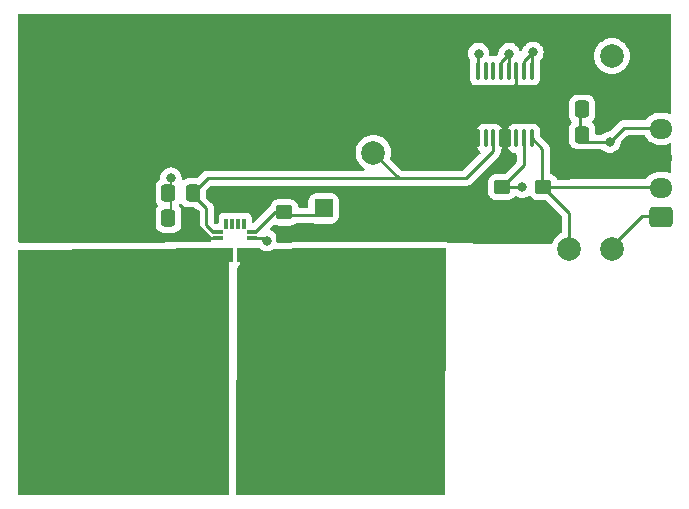
<source format=gbr>
%TF.GenerationSoftware,KiCad,Pcbnew,(6.0.7)*%
%TF.CreationDate,2024-03-23T14:20:04-04:00*%
%TF.ProjectId,single_cell_current,73696e67-6c65-45f6-9365-6c6c5f637572,rev?*%
%TF.SameCoordinates,Original*%
%TF.FileFunction,Copper,L1,Top*%
%TF.FilePolarity,Positive*%
%FSLAX46Y46*%
G04 Gerber Fmt 4.6, Leading zero omitted, Abs format (unit mm)*
G04 Created by KiCad (PCBNEW (6.0.7)) date 2024-03-23 14:20:04*
%MOMM*%
%LPD*%
G01*
G04 APERTURE LIST*
G04 Aperture macros list*
%AMRoundRect*
0 Rectangle with rounded corners*
0 $1 Rounding radius*
0 $2 $3 $4 $5 $6 $7 $8 $9 X,Y pos of 4 corners*
0 Add a 4 corners polygon primitive as box body*
4,1,4,$2,$3,$4,$5,$6,$7,$8,$9,$2,$3,0*
0 Add four circle primitives for the rounded corners*
1,1,$1+$1,$2,$3*
1,1,$1+$1,$4,$5*
1,1,$1+$1,$6,$7*
1,1,$1+$1,$8,$9*
0 Add four rect primitives between the rounded corners*
20,1,$1+$1,$2,$3,$4,$5,0*
20,1,$1+$1,$4,$5,$6,$7,0*
20,1,$1+$1,$6,$7,$8,$9,0*
20,1,$1+$1,$8,$9,$2,$3,0*%
%AMRotRect*
0 Rectangle, with rotation*
0 The origin of the aperture is its center*
0 $1 length*
0 $2 width*
0 $3 Rotation angle, in degrees counterclockwise*
0 Add horizontal line*
21,1,$1,$2,0,0,$3*%
G04 Aperture macros list end*
%TA.AperFunction,SMDPad,CuDef*%
%ADD10RoundRect,0.100000X-0.100000X0.637500X-0.100000X-0.637500X0.100000X-0.637500X0.100000X0.637500X0*%
%TD*%
%TA.AperFunction,SMDPad,CuDef*%
%ADD11RoundRect,0.250000X-0.337500X-0.475000X0.337500X-0.475000X0.337500X0.475000X-0.337500X0.475000X0*%
%TD*%
%TA.AperFunction,SMDPad,CuDef*%
%ADD12RoundRect,0.250000X0.450000X-0.350000X0.450000X0.350000X-0.450000X0.350000X-0.450000X-0.350000X0*%
%TD*%
%TA.AperFunction,ComponentPad*%
%ADD13RoundRect,0.250000X-0.550000X-0.550000X0.550000X-0.550000X0.550000X0.550000X-0.550000X0.550000X0*%
%TD*%
%TA.AperFunction,SMDPad,CuDef*%
%ADD14RotRect,0.282800X0.282800X135.000000*%
%TD*%
%TA.AperFunction,SMDPad,CuDef*%
%ADD15R,0.600000X0.200000*%
%TD*%
%TA.AperFunction,SMDPad,CuDef*%
%ADD16R,0.800000X1.070000*%
%TD*%
%TA.AperFunction,SMDPad,CuDef*%
%ADD17R,0.850000X0.300000*%
%TD*%
%TA.AperFunction,SMDPad,CuDef*%
%ADD18R,0.300000X0.850000*%
%TD*%
%TA.AperFunction,SMDPad,CuDef*%
%ADD19RoundRect,0.250000X0.337500X0.475000X-0.337500X0.475000X-0.337500X-0.475000X0.337500X-0.475000X0*%
%TD*%
%TA.AperFunction,ComponentPad*%
%ADD20C,9.000000*%
%TD*%
%TA.AperFunction,ComponentPad*%
%ADD21RoundRect,0.250000X0.725000X-0.600000X0.725000X0.600000X-0.725000X0.600000X-0.725000X-0.600000X0*%
%TD*%
%TA.AperFunction,ComponentPad*%
%ADD22O,1.950000X1.700000*%
%TD*%
%TA.AperFunction,ViaPad*%
%ADD23C,0.800000*%
%TD*%
%TA.AperFunction,ViaPad*%
%ADD24C,2.000000*%
%TD*%
%TA.AperFunction,Conductor*%
%ADD25C,0.250000*%
%TD*%
%TA.AperFunction,Conductor*%
%ADD26C,0.200000*%
%TD*%
G04 APERTURE END LIST*
D10*
%TO.P,U7,1,A0*%
%TO.N,Earth*%
X229605000Y-49842500D03*
%TO.P,U7,2,A1*%
X228955000Y-49842500D03*
%TO.P,U7,3,RESET_N*%
%TO.N,+3.3V*%
X228305000Y-49842500D03*
%TO.P,U7,4,DGND*%
%TO.N,Earth*%
X227655000Y-49842500D03*
%TO.P,U7,5,AGND*%
X227005000Y-49842500D03*
%TO.P,U7,6,AIN3*%
%TO.N,unconnected-(U7-Pad6)*%
X226355000Y-49842500D03*
%TO.P,U7,7,AIN2*%
%TO.N,unconnected-(U7-Pad7)*%
X225705000Y-49842500D03*
%TO.P,U7,8,REFN*%
%TO.N,Earth*%
X225055000Y-49842500D03*
%TO.P,U7,9,REFP*%
%TO.N,+3.3V*%
X225055000Y-55567500D03*
%TO.P,U7,10,AIN1*%
%TO.N,unconnected-(U7-Pad10)*%
X225705000Y-55567500D03*
%TO.P,U7,11,AIN0*%
%TO.N,Net-(U7-Pad11)*%
X226355000Y-55567500D03*
%TO.P,U7,12,AVDD*%
%TO.N,+3.3V*%
X227005000Y-55567500D03*
%TO.P,U7,13,DVDD*%
X227655000Y-55567500D03*
%TO.P,U7,14,DRDY_N*%
%TO.N,unconnected-(U7-Pad14)*%
X228305000Y-55567500D03*
%TO.P,U7,15,SDA*%
%TO.N,Net-(J1-Pad1)*%
X228955000Y-55567500D03*
%TO.P,U7,16,SCL*%
%TO.N,Net-(J1-Pad2)*%
X229605000Y-55567500D03*
%TD*%
D11*
%TO.P,CDVDD1,1*%
%TO.N,+3.3V*%
X231780000Y-53100000D03*
%TO.P,CDVDD1,2*%
%TO.N,Earth*%
X233855000Y-53100000D03*
%TD*%
D12*
%TO.P,R1,1*%
%TO.N,+3.3V*%
X230600000Y-61700000D03*
%TO.P,R1,2*%
%TO.N,Net-(J1-Pad2)*%
X230600000Y-59700000D03*
%TD*%
%TO.P,Rpu1,1*%
%TO.N,+3.3V*%
X208650000Y-63845200D03*
%TO.P,Rpu1,2*%
%TO.N,Net-(Rpu1-Pad2)*%
X208650000Y-61845200D03*
%TD*%
D13*
%TO.P,TP1,1,1*%
%TO.N,Net-(Rpu1-Pad2)*%
X212000000Y-61500000D03*
%TD*%
D11*
%TO.P,CAVDD1,1*%
%TO.N,+3.3V*%
X231780000Y-55245000D03*
%TO.P,CAVDD1,2*%
%TO.N,Earth*%
X233855000Y-55245000D03*
%TD*%
D12*
%TO.P,R2,1*%
%TO.N,+3.3V*%
X227100000Y-61700000D03*
%TO.P,R2,2*%
%TO.N,Net-(J1-Pad1)*%
X227100000Y-59700000D03*
%TD*%
D14*
%TO.P,U1,1,IP+*%
%TO.N,/M1+*%
X203800000Y-65010200D03*
D15*
X204100000Y-64910200D03*
D16*
X204000000Y-65545200D03*
D14*
%TO.P,U1,2,IP-*%
%TO.N,/M1-*%
X205200000Y-65010200D03*
D15*
X204900000Y-64910200D03*
D16*
X205000000Y-65545200D03*
D17*
%TO.P,U1,3,GND*%
%TO.N,Earth*%
X205950000Y-63995200D03*
%TO.P,U1,4,~{FAULT}*%
%TO.N,Net-(Rpu1-Pad2)*%
X205950000Y-63495200D03*
D18*
%TO.P,U1,5,NC*%
%TO.N,unconnected-(U1-Pad5)*%
X205250000Y-62795200D03*
%TO.P,U1,6,NC*%
%TO.N,unconnected-(U1-Pad6)*%
X204750000Y-62795200D03*
%TO.P,U1,7,NC*%
%TO.N,unconnected-(U1-Pad7)*%
X204250000Y-62795200D03*
%TO.P,U1,8,NC*%
%TO.N,unconnected-(U1-Pad8)*%
X203750000Y-62795200D03*
D17*
%TO.P,U1,9,VIOUT*%
%TO.N,Net-(U7-Pad11)*%
X203050000Y-63495200D03*
%TO.P,U1,10,VCC*%
%TO.N,+3.3V*%
X203050000Y-63995200D03*
%TD*%
D19*
%TO.P,Cload1,1*%
%TO.N,Net-(U7-Pad11)*%
X200925000Y-60190200D03*
%TO.P,Cload1,2*%
%TO.N,Earth*%
X198850000Y-60190200D03*
%TD*%
D20*
%TO.P,H4.1,1,1*%
%TO.N,/M1+*%
X198400000Y-72045200D03*
%TD*%
D21*
%TO.P,J1,1,Pin_1*%
%TO.N,Net-(J1-Pad1)*%
X240550000Y-62250000D03*
D22*
%TO.P,J1,2,Pin_2*%
%TO.N,Net-(J1-Pad2)*%
X240550000Y-59750000D03*
%TO.P,J1,3,Pin_3*%
%TO.N,+3.3V*%
X240550000Y-57250000D03*
%TO.P,J1,4,Pin_4*%
%TO.N,Earth*%
X240550000Y-54750000D03*
%TD*%
D20*
%TO.P,H4.2,1,1*%
%TO.N,/M1-*%
X210200000Y-71945200D03*
%TD*%
D19*
%TO.P,CByp1,1*%
%TO.N,+3.3V*%
X200925000Y-62345200D03*
%TO.P,CByp1,2*%
%TO.N,Earth*%
X198850000Y-62345200D03*
%TD*%
D23*
%TO.N,Net-(J1-Pad1)*%
X228800000Y-59700000D03*
D24*
X236400000Y-64900000D03*
%TO.N,Net-(J1-Pad2)*%
X232800000Y-64900000D03*
%TO.N,+3.3V*%
X240200000Y-48700000D03*
%TO.N,Earth*%
X236400000Y-48600000D03*
D23*
X207200000Y-64219700D03*
X236220000Y-55880000D03*
X227700000Y-48400000D03*
X199050000Y-58945200D03*
X229700000Y-48300000D03*
X225100000Y-48400000D03*
D24*
%TO.N,Net-(U7-Pad11)*%
X216200000Y-56800000D03*
%TD*%
D25*
%TO.N,Net-(J1-Pad2)*%
X232800000Y-61900000D02*
X230600000Y-59700000D01*
X232800000Y-64900000D02*
X232800000Y-61900000D01*
X230505000Y-56467500D02*
X230505000Y-59605000D01*
X230505000Y-59605000D02*
X230600000Y-59700000D01*
X229605000Y-55567500D02*
X230505000Y-56467500D01*
%TO.N,Net-(J1-Pad1)*%
X228800000Y-59700000D02*
X227100000Y-59700000D01*
%TO.N,Net-(J1-Pad2)*%
X232995000Y-59700000D02*
X233025000Y-59670000D01*
X230600000Y-59700000D02*
X232995000Y-59700000D01*
%TO.N,Net-(J1-Pad1)*%
X228955000Y-57845000D02*
X227100000Y-59700000D01*
X228955000Y-55567500D02*
X228955000Y-57845000D01*
%TO.N,Earth*%
X237430000Y-54670000D02*
X236220000Y-55880000D01*
X240390000Y-54670000D02*
X237430000Y-54670000D01*
%TO.N,Net-(J1-Pad1)*%
X236400000Y-64700000D02*
X236400000Y-64900000D01*
X238930000Y-62170000D02*
X236400000Y-64700000D01*
X238930000Y-62170000D02*
X240390000Y-62170000D01*
%TO.N,Net-(J1-Pad2)*%
X234530000Y-59670000D02*
X240390000Y-59670000D01*
X234335000Y-59670000D02*
X234530000Y-59670000D01*
%TO.N,+3.3V*%
X228305000Y-51595000D02*
X228200000Y-51700000D01*
X228305000Y-49842500D02*
X228305000Y-51595000D01*
D26*
X231955000Y-55245000D02*
X231955000Y-55425000D01*
X233780000Y-57250000D02*
X240550000Y-57250000D01*
D25*
X231955000Y-53340000D02*
X231955000Y-55245000D01*
X202325000Y-63995200D02*
X203050000Y-63995200D01*
D26*
X231955000Y-55425000D02*
X233780000Y-57250000D01*
D25*
X200750000Y-62420200D02*
X202325000Y-63995200D01*
D26*
%TO.N,Earth*%
X199025000Y-60190200D02*
X199025000Y-58692700D01*
D25*
X228955000Y-49842500D02*
X228955000Y-49045000D01*
X228955000Y-49045000D02*
X229700000Y-48300000D01*
X206975500Y-63995200D02*
X205950000Y-63995200D01*
X234315000Y-55880000D02*
X233680000Y-55245000D01*
X225055000Y-49842500D02*
X225055000Y-48445000D01*
X236220000Y-55880000D02*
X234315000Y-55880000D01*
X227005000Y-49095000D02*
X227700000Y-48400000D01*
D26*
X199025000Y-60190200D02*
X199025000Y-62095200D01*
D25*
X229605000Y-48395000D02*
X229700000Y-48300000D01*
X229605000Y-49842500D02*
X229605000Y-48395000D01*
X233680000Y-53340000D02*
X233680000Y-55245000D01*
X225055000Y-48445000D02*
X225100000Y-48400000D01*
X227005000Y-49842500D02*
X227005000Y-49095000D01*
X227655000Y-48445000D02*
X227655000Y-49842500D01*
X227700000Y-48400000D02*
X227655000Y-48445000D01*
X207200000Y-64219700D02*
X206975500Y-63995200D01*
%TO.N,Net-(U7-Pad11)*%
X202600000Y-63495200D02*
X202050000Y-62945200D01*
X226355000Y-56645000D02*
X226355000Y-55567500D01*
X224050000Y-58950000D02*
X226355000Y-56645000D01*
X200925000Y-60190200D02*
X202165200Y-58950000D01*
X218650000Y-58950000D02*
X218350000Y-58950000D01*
X218650000Y-58950000D02*
X224050000Y-58950000D01*
X203050000Y-63495200D02*
X202600000Y-63495200D01*
X218250000Y-58950000D02*
X218650000Y-58950000D01*
X202050000Y-61490200D02*
X200750000Y-60190200D01*
X202050000Y-62945200D02*
X202050000Y-61490200D01*
X202165200Y-58950000D02*
X218250000Y-58950000D01*
X218350000Y-58950000D02*
X216200000Y-56800000D01*
%TO.N,Net-(Rpu1-Pad2)*%
X211407300Y-62092700D02*
X212000000Y-61500000D01*
X206204800Y-63495200D02*
X207854800Y-61845200D01*
X207854800Y-61845200D02*
X208650000Y-61845200D01*
X205950000Y-63495200D02*
X206204800Y-63495200D01*
X208650000Y-62092700D02*
X211407300Y-62092700D01*
%TO.N,Net-(J1-Pad2)*%
X233025000Y-59670000D02*
X234335000Y-59670000D01*
%TD*%
%TA.AperFunction,Conductor*%
%TO.N,+3.3V*%
G36*
X241344250Y-45020502D02*
G01*
X241390743Y-45074158D01*
X241402129Y-45126205D01*
X241421442Y-53392444D01*
X241421451Y-53396168D01*
X241401608Y-53464335D01*
X241348061Y-53510953D01*
X241277811Y-53521221D01*
X241246958Y-53512125D01*
X241246886Y-53512325D01*
X241243643Y-53511148D01*
X241241873Y-53510505D01*
X241241870Y-53510504D01*
X241114675Y-53464335D01*
X241030175Y-53433663D01*
X241024926Y-53432714D01*
X241024923Y-53432713D01*
X240807392Y-53393377D01*
X240807385Y-53393376D01*
X240803308Y-53392639D01*
X240785586Y-53391803D01*
X240780644Y-53391570D01*
X240780637Y-53391570D01*
X240779156Y-53391500D01*
X240367110Y-53391500D01*
X240300191Y-53397178D01*
X240200591Y-53405629D01*
X240200587Y-53405630D01*
X240195280Y-53406080D01*
X240190125Y-53407418D01*
X240190119Y-53407419D01*
X239977297Y-53462657D01*
X239977293Y-53462658D01*
X239972128Y-53463999D01*
X239967262Y-53466191D01*
X239967259Y-53466192D01*
X239845099Y-53521221D01*
X239761925Y-53558688D01*
X239570681Y-53687441D01*
X239566824Y-53691120D01*
X239566822Y-53691122D01*
X239519370Y-53736389D01*
X239403865Y-53846576D01*
X239400682Y-53850854D01*
X239300344Y-53985713D01*
X239243634Y-54028426D01*
X239199255Y-54036500D01*
X237508763Y-54036500D01*
X237497579Y-54035973D01*
X237490091Y-54034299D01*
X237482168Y-54034548D01*
X237422033Y-54036438D01*
X237418075Y-54036500D01*
X237390144Y-54036500D01*
X237386229Y-54036995D01*
X237386225Y-54036995D01*
X237386167Y-54037003D01*
X237386138Y-54037006D01*
X237374296Y-54037939D01*
X237330110Y-54039327D01*
X237317054Y-54043120D01*
X237310658Y-54044978D01*
X237291306Y-54048986D01*
X237279068Y-54050532D01*
X237279066Y-54050533D01*
X237271203Y-54051526D01*
X237230086Y-54067806D01*
X237218885Y-54071641D01*
X237176406Y-54083982D01*
X237169587Y-54088015D01*
X237169582Y-54088017D01*
X237158971Y-54094293D01*
X237141221Y-54102990D01*
X237122383Y-54110448D01*
X237115967Y-54115109D01*
X237115966Y-54115110D01*
X237086625Y-54136428D01*
X237076701Y-54142947D01*
X237045460Y-54161422D01*
X237045455Y-54161426D01*
X237038637Y-54165458D01*
X237024313Y-54179782D01*
X237009281Y-54192621D01*
X236992893Y-54204528D01*
X236964712Y-54238593D01*
X236956722Y-54247373D01*
X236269500Y-54934595D01*
X236207188Y-54968621D01*
X236180405Y-54971500D01*
X236124513Y-54971500D01*
X236118061Y-54972872D01*
X236118056Y-54972872D01*
X236031113Y-54991353D01*
X235937712Y-55011206D01*
X235931682Y-55013891D01*
X235931681Y-55013891D01*
X235769278Y-55086197D01*
X235769276Y-55086198D01*
X235763248Y-55088882D01*
X235608747Y-55201134D01*
X235604332Y-55206037D01*
X235599420Y-55210460D01*
X235598295Y-55209211D01*
X235544986Y-55242051D01*
X235511800Y-55246500D01*
X235077000Y-55246500D01*
X235008879Y-55226498D01*
X234962386Y-55172842D01*
X234951000Y-55120500D01*
X234951000Y-54719600D01*
X234941782Y-54630755D01*
X234940738Y-54620692D01*
X234940737Y-54620688D01*
X234940026Y-54613834D01*
X234884050Y-54446054D01*
X234790978Y-54295652D01*
X234756891Y-54261624D01*
X234722812Y-54199341D01*
X234727815Y-54128521D01*
X234756736Y-54083433D01*
X234786634Y-54053483D01*
X234791805Y-54048303D01*
X234797338Y-54039327D01*
X234880775Y-53903968D01*
X234880776Y-53903966D01*
X234884615Y-53897738D01*
X234940297Y-53729861D01*
X234951000Y-53625400D01*
X234951000Y-52574600D01*
X234940026Y-52468834D01*
X234884050Y-52301054D01*
X234790978Y-52150652D01*
X234665803Y-52025695D01*
X234659572Y-52021854D01*
X234521468Y-51936725D01*
X234521466Y-51936724D01*
X234515238Y-51932885D01*
X234354754Y-51879655D01*
X234353889Y-51879368D01*
X234353887Y-51879368D01*
X234347361Y-51877203D01*
X234340525Y-51876503D01*
X234340522Y-51876502D01*
X234297469Y-51872091D01*
X234242900Y-51866500D01*
X233467100Y-51866500D01*
X233463854Y-51866837D01*
X233463850Y-51866837D01*
X233368192Y-51876762D01*
X233368188Y-51876763D01*
X233361334Y-51877474D01*
X233354798Y-51879655D01*
X233354796Y-51879655D01*
X233222694Y-51923728D01*
X233193554Y-51933450D01*
X233043152Y-52026522D01*
X232918195Y-52151697D01*
X232825385Y-52302262D01*
X232769703Y-52470139D01*
X232759000Y-52574600D01*
X232759000Y-53625400D01*
X232769974Y-53731166D01*
X232772155Y-53737702D01*
X232772155Y-53737704D01*
X232808478Y-53846576D01*
X232825950Y-53898946D01*
X232919022Y-54049348D01*
X232924204Y-54054521D01*
X232953109Y-54083376D01*
X232987188Y-54145659D01*
X232982185Y-54216479D01*
X232953265Y-54261566D01*
X232918195Y-54296697D01*
X232914355Y-54302927D01*
X232914354Y-54302928D01*
X232902575Y-54322038D01*
X232825385Y-54447262D01*
X232769703Y-54615139D01*
X232769003Y-54621975D01*
X232769002Y-54621978D01*
X232768103Y-54630752D01*
X232759000Y-54719600D01*
X232759000Y-55770400D01*
X232759337Y-55773646D01*
X232759337Y-55773650D01*
X232765058Y-55828782D01*
X232769974Y-55876166D01*
X232772155Y-55882702D01*
X232772155Y-55882704D01*
X232791708Y-55941312D01*
X232825950Y-56043946D01*
X232919022Y-56194348D01*
X233044197Y-56319305D01*
X233050427Y-56323145D01*
X233050428Y-56323146D01*
X233135409Y-56375529D01*
X233194762Y-56412115D01*
X233229521Y-56423644D01*
X233356111Y-56465632D01*
X233356113Y-56465632D01*
X233362639Y-56467797D01*
X233369475Y-56468497D01*
X233369478Y-56468498D01*
X233412531Y-56472909D01*
X233467100Y-56478500D01*
X234076837Y-56478500D01*
X234121964Y-56487845D01*
X234121971Y-56487822D01*
X234122266Y-56487908D01*
X234126874Y-56488862D01*
X234136855Y-56493181D01*
X234144678Y-56494420D01*
X234144688Y-56494423D01*
X234180524Y-56500099D01*
X234192144Y-56502505D01*
X234227289Y-56511528D01*
X234234970Y-56513500D01*
X234255224Y-56513500D01*
X234274934Y-56515051D01*
X234294943Y-56518220D01*
X234302835Y-56517474D01*
X234338961Y-56514059D01*
X234350819Y-56513500D01*
X235511800Y-56513500D01*
X235579921Y-56533502D01*
X235599147Y-56549843D01*
X235599420Y-56549540D01*
X235604332Y-56553963D01*
X235608747Y-56558866D01*
X235614835Y-56563289D01*
X235719024Y-56638987D01*
X235763248Y-56671118D01*
X235769276Y-56673802D01*
X235769278Y-56673803D01*
X235931681Y-56746109D01*
X235937712Y-56748794D01*
X236027391Y-56767856D01*
X236118056Y-56787128D01*
X236118061Y-56787128D01*
X236124513Y-56788500D01*
X236315487Y-56788500D01*
X236321939Y-56787128D01*
X236321944Y-56787128D01*
X236412609Y-56767856D01*
X236502288Y-56748794D01*
X236508319Y-56746109D01*
X236670722Y-56673803D01*
X236670724Y-56673802D01*
X236676752Y-56671118D01*
X236831253Y-56558866D01*
X236867851Y-56518220D01*
X236954621Y-56421852D01*
X236954622Y-56421851D01*
X236959040Y-56416944D01*
X237054527Y-56251556D01*
X237113542Y-56069928D01*
X237114482Y-56060991D01*
X237127060Y-55941312D01*
X237130907Y-55904706D01*
X237157920Y-55839050D01*
X237167122Y-55828782D01*
X237655499Y-55340405D01*
X237717811Y-55306379D01*
X237744594Y-55303500D01*
X239100859Y-55303500D01*
X239168980Y-55323502D01*
X239208578Y-55364135D01*
X239320606Y-55548752D01*
X239320611Y-55548759D01*
X239323377Y-55553317D01*
X239326874Y-55557347D01*
X239342908Y-55575824D01*
X239474477Y-55727445D01*
X239478608Y-55730832D01*
X239648627Y-55870240D01*
X239648633Y-55870244D01*
X239652755Y-55873624D01*
X239657391Y-55876263D01*
X239657394Y-55876265D01*
X239717684Y-55910584D01*
X239853114Y-55987675D01*
X240069825Y-56066337D01*
X240075074Y-56067286D01*
X240075077Y-56067287D01*
X240292608Y-56106623D01*
X240292615Y-56106624D01*
X240296692Y-56107361D01*
X240314414Y-56108197D01*
X240319356Y-56108430D01*
X240319363Y-56108430D01*
X240320844Y-56108500D01*
X240732890Y-56108500D01*
X240799809Y-56102822D01*
X240899409Y-56094371D01*
X240899413Y-56094370D01*
X240904720Y-56093920D01*
X240909875Y-56092582D01*
X240909881Y-56092581D01*
X241122703Y-56037343D01*
X241122707Y-56037342D01*
X241127872Y-56036001D01*
X241132738Y-56033809D01*
X241132741Y-56033808D01*
X241250008Y-55980983D01*
X241320333Y-55971242D01*
X241384761Y-56001067D01*
X241422836Y-56060991D01*
X241427758Y-56095569D01*
X241433125Y-58392639D01*
X241433146Y-58401571D01*
X241413303Y-58469738D01*
X241359756Y-58516356D01*
X241289506Y-58526624D01*
X241254297Y-58516246D01*
X241251521Y-58514964D01*
X241246886Y-58512325D01*
X241030175Y-58433663D01*
X241024926Y-58432714D01*
X241024923Y-58432713D01*
X240807392Y-58393377D01*
X240807385Y-58393376D01*
X240803308Y-58392639D01*
X240785586Y-58391803D01*
X240780644Y-58391570D01*
X240780637Y-58391570D01*
X240779156Y-58391500D01*
X240367110Y-58391500D01*
X240300191Y-58397178D01*
X240200591Y-58405629D01*
X240200587Y-58405630D01*
X240195280Y-58406080D01*
X240190125Y-58407418D01*
X240190119Y-58407419D01*
X239977297Y-58462657D01*
X239977293Y-58462658D01*
X239972128Y-58463999D01*
X239967262Y-58466191D01*
X239967259Y-58466192D01*
X239856143Y-58516246D01*
X239761925Y-58558688D01*
X239570681Y-58687441D01*
X239403865Y-58846576D01*
X239305938Y-58978195D01*
X239300344Y-58985713D01*
X239243634Y-59028426D01*
X239199255Y-59036500D01*
X233103763Y-59036500D01*
X233092579Y-59035973D01*
X233085091Y-59034299D01*
X233039083Y-59035745D01*
X233017033Y-59036438D01*
X233013075Y-59036500D01*
X232985144Y-59036500D01*
X232981229Y-59036995D01*
X232981225Y-59036995D01*
X232981167Y-59037003D01*
X232981138Y-59037006D01*
X232969296Y-59037939D01*
X232925110Y-59039327D01*
X232907744Y-59044372D01*
X232905658Y-59044978D01*
X232886306Y-59048986D01*
X232874069Y-59050532D01*
X232874068Y-59050532D01*
X232866203Y-59051526D01*
X232858833Y-59054444D01*
X232858825Y-59054446D01*
X232850728Y-59057652D01*
X232804346Y-59066500D01*
X231836781Y-59066500D01*
X231768660Y-59046498D01*
X231729637Y-59006803D01*
X231708222Y-58972196D01*
X231648478Y-58875652D01*
X231523303Y-58750695D01*
X231426658Y-58691122D01*
X231378968Y-58661725D01*
X231378966Y-58661724D01*
X231372738Y-58657885D01*
X231283255Y-58628205D01*
X231224833Y-58608827D01*
X231166473Y-58568396D01*
X231139236Y-58502832D01*
X231138500Y-58489234D01*
X231138500Y-56546267D01*
X231139027Y-56535084D01*
X231140702Y-56527591D01*
X231140408Y-56518220D01*
X231138562Y-56459514D01*
X231138500Y-56455555D01*
X231138500Y-56427644D01*
X231137995Y-56423644D01*
X231137062Y-56411801D01*
X231135922Y-56375529D01*
X231135673Y-56367610D01*
X231130022Y-56348158D01*
X231126014Y-56328806D01*
X231125120Y-56321735D01*
X231123474Y-56308703D01*
X231120556Y-56301332D01*
X231107200Y-56267597D01*
X231103355Y-56256370D01*
X231101206Y-56248973D01*
X231091018Y-56213907D01*
X231086984Y-56207085D01*
X231086981Y-56207079D01*
X231080706Y-56196468D01*
X231072010Y-56178718D01*
X231067472Y-56167256D01*
X231067469Y-56167251D01*
X231064552Y-56159883D01*
X231038573Y-56124125D01*
X231032057Y-56114207D01*
X231013575Y-56082957D01*
X231009542Y-56076137D01*
X230995218Y-56061813D01*
X230982376Y-56046778D01*
X230970472Y-56030393D01*
X230936406Y-56002211D01*
X230927627Y-55994222D01*
X230350404Y-55416999D01*
X230316378Y-55354687D01*
X230313499Y-55327904D01*
X230313499Y-54890116D01*
X230297838Y-54771150D01*
X230236524Y-54623124D01*
X230224379Y-54607296D01*
X230144014Y-54502564D01*
X230144013Y-54502563D01*
X230138987Y-54496013D01*
X230132436Y-54490986D01*
X230132434Y-54490984D01*
X230075431Y-54447244D01*
X230011875Y-54398476D01*
X229863850Y-54337162D01*
X229855662Y-54336084D01*
X229748972Y-54322038D01*
X229748971Y-54322038D01*
X229744885Y-54321500D01*
X229605017Y-54321500D01*
X229465116Y-54321501D01*
X229461031Y-54322039D01*
X229461027Y-54322039D01*
X229354337Y-54336084D01*
X229354335Y-54336084D01*
X229346150Y-54337162D01*
X229328219Y-54344589D01*
X229257630Y-54352179D01*
X229231782Y-54344590D01*
X229228339Y-54343163D01*
X229221480Y-54340322D01*
X229221477Y-54340321D01*
X229213850Y-54337162D01*
X229205662Y-54336084D01*
X229098972Y-54322038D01*
X229098971Y-54322038D01*
X229094885Y-54321500D01*
X228955017Y-54321500D01*
X228815116Y-54321501D01*
X228811031Y-54322039D01*
X228811027Y-54322039D01*
X228704337Y-54336084D01*
X228704335Y-54336084D01*
X228696150Y-54337162D01*
X228678219Y-54344589D01*
X228607630Y-54352179D01*
X228581782Y-54344590D01*
X228578339Y-54343163D01*
X228571480Y-54340322D01*
X228571477Y-54340321D01*
X228563850Y-54337162D01*
X228555662Y-54336084D01*
X228448972Y-54322038D01*
X228448971Y-54322038D01*
X228444885Y-54321500D01*
X228305017Y-54321500D01*
X228165116Y-54321501D01*
X228161031Y-54322039D01*
X228161027Y-54322039D01*
X228054337Y-54336084D01*
X228054335Y-54336084D01*
X228046150Y-54337162D01*
X228028220Y-54344589D01*
X227905752Y-54395316D01*
X227905750Y-54395317D01*
X227898124Y-54398476D01*
X227771013Y-54496013D01*
X227765987Y-54502563D01*
X227765984Y-54502566D01*
X227722245Y-54559569D01*
X227673476Y-54623125D01*
X227612162Y-54771150D01*
X227596500Y-54890115D01*
X227596501Y-56244884D01*
X227597039Y-56248969D01*
X227597039Y-56248973D01*
X227608656Y-56337218D01*
X227612162Y-56363850D01*
X227631786Y-56411226D01*
X227668598Y-56500099D01*
X227673476Y-56511876D01*
X227771013Y-56638987D01*
X227777563Y-56644013D01*
X227777566Y-56644016D01*
X227816386Y-56673803D01*
X227898125Y-56736524D01*
X228046150Y-56797838D01*
X228165115Y-56813500D01*
X228195500Y-56813500D01*
X228263621Y-56833502D01*
X228310114Y-56887158D01*
X228321500Y-56939500D01*
X228321500Y-57530405D01*
X228301498Y-57598526D01*
X228284595Y-57619500D01*
X227349500Y-58554595D01*
X227287188Y-58588621D01*
X227260405Y-58591500D01*
X226599600Y-58591500D01*
X226596354Y-58591837D01*
X226596350Y-58591837D01*
X226500692Y-58601762D01*
X226500688Y-58601763D01*
X226493834Y-58602474D01*
X226487298Y-58604655D01*
X226487296Y-58604655D01*
X226416586Y-58628246D01*
X226326054Y-58658450D01*
X226175652Y-58751522D01*
X226050695Y-58876697D01*
X226046855Y-58882927D01*
X226046854Y-58882928D01*
X225995055Y-58966962D01*
X225957885Y-59027262D01*
X225902203Y-59195139D01*
X225891500Y-59299600D01*
X225891500Y-60100400D01*
X225902474Y-60206166D01*
X225904655Y-60212702D01*
X225904655Y-60212704D01*
X225942128Y-60325022D01*
X225958450Y-60373946D01*
X226051522Y-60524348D01*
X226176697Y-60649305D01*
X226182927Y-60653145D01*
X226182928Y-60653146D01*
X226320090Y-60737694D01*
X226327262Y-60742115D01*
X226407005Y-60768564D01*
X226488611Y-60795632D01*
X226488613Y-60795632D01*
X226495139Y-60797797D01*
X226501975Y-60798497D01*
X226501978Y-60798498D01*
X226535945Y-60801978D01*
X226599600Y-60808500D01*
X227600400Y-60808500D01*
X227603646Y-60808163D01*
X227603650Y-60808163D01*
X227699308Y-60798238D01*
X227699312Y-60798237D01*
X227706166Y-60797526D01*
X227712702Y-60795345D01*
X227712704Y-60795345D01*
X227858504Y-60746702D01*
X227873946Y-60741550D01*
X228024348Y-60648478D01*
X228149305Y-60523303D01*
X228153146Y-60517072D01*
X228157683Y-60511327D01*
X228159300Y-60512604D01*
X228204444Y-60471982D01*
X228274517Y-60460565D01*
X228332983Y-60483660D01*
X228343248Y-60491118D01*
X228349276Y-60493802D01*
X228349278Y-60493803D01*
X228482950Y-60553317D01*
X228517712Y-60568794D01*
X228611112Y-60588647D01*
X228698056Y-60607128D01*
X228698061Y-60607128D01*
X228704513Y-60608500D01*
X228895487Y-60608500D01*
X228901939Y-60607128D01*
X228901944Y-60607128D01*
X228988888Y-60588647D01*
X229082288Y-60568794D01*
X229117050Y-60553317D01*
X229250722Y-60493803D01*
X229250724Y-60493802D01*
X229256752Y-60491118D01*
X229278039Y-60475652D01*
X229336120Y-60433454D01*
X229402988Y-60409595D01*
X229472140Y-60425676D01*
X229517324Y-60469085D01*
X229551522Y-60524348D01*
X229676697Y-60649305D01*
X229682927Y-60653145D01*
X229682928Y-60653146D01*
X229820090Y-60737694D01*
X229827262Y-60742115D01*
X229907005Y-60768564D01*
X229988611Y-60795632D01*
X229988613Y-60795632D01*
X229995139Y-60797797D01*
X230001975Y-60798497D01*
X230001978Y-60798498D01*
X230035945Y-60801978D01*
X230099600Y-60808500D01*
X230760406Y-60808500D01*
X230828527Y-60828502D01*
X230849501Y-60845405D01*
X232129595Y-62125500D01*
X232163621Y-62187812D01*
X232166500Y-62214595D01*
X232166500Y-63448434D01*
X232146498Y-63516555D01*
X232106335Y-63555867D01*
X231914798Y-63673241D01*
X231914792Y-63673245D01*
X231910584Y-63675824D01*
X231730031Y-63830031D01*
X231575824Y-64010584D01*
X231573245Y-64014792D01*
X231573241Y-64014798D01*
X231523594Y-64095815D01*
X231451760Y-64213037D01*
X231449867Y-64217607D01*
X231449865Y-64217611D01*
X231373054Y-64403052D01*
X231328506Y-64458333D01*
X231256424Y-64480834D01*
X226765391Y-64472969D01*
X222637916Y-64465741D01*
X222585473Y-64454206D01*
X222478439Y-64404960D01*
X222478437Y-64404959D01*
X222474346Y-64403077D01*
X222434443Y-64391238D01*
X222410597Y-64384163D01*
X222410594Y-64384162D01*
X222406282Y-64382883D01*
X222399239Y-64381850D01*
X222390303Y-64380540D01*
X222261675Y-64361675D01*
X222257174Y-64361662D01*
X222257170Y-64361662D01*
X209542770Y-64325745D01*
X209542764Y-64325745D01*
X209538375Y-64325733D01*
X209397156Y-64345118D01*
X209330499Y-64363973D01*
X209229497Y-64408462D01*
X209217669Y-64413672D01*
X209206752Y-64417887D01*
X209160227Y-64433408D01*
X209133376Y-64439209D01*
X209130335Y-64439525D01*
X209117312Y-64440200D01*
X208230266Y-64440200D01*
X208162145Y-64420198D01*
X208115652Y-64366542D01*
X208104956Y-64301030D01*
X208112814Y-64226265D01*
X208113504Y-64219700D01*
X208109120Y-64177990D01*
X208094232Y-64036335D01*
X208094232Y-64036333D01*
X208093542Y-64029772D01*
X208034527Y-63848144D01*
X208024070Y-63830031D01*
X207968745Y-63734206D01*
X207939040Y-63682756D01*
X207932799Y-63675824D01*
X207815675Y-63545745D01*
X207815674Y-63545744D01*
X207811253Y-63540834D01*
X207684076Y-63448434D01*
X207662094Y-63432463D01*
X207662093Y-63432462D01*
X207656752Y-63428582D01*
X207650726Y-63425899D01*
X207650719Y-63425895D01*
X207485581Y-63352372D01*
X207431485Y-63306392D01*
X207410835Y-63238465D01*
X207430187Y-63170157D01*
X207447734Y-63148170D01*
X207702485Y-62893419D01*
X207764797Y-62859393D01*
X207835612Y-62864458D01*
X207857697Y-62875255D01*
X207871030Y-62883474D01*
X207871033Y-62883476D01*
X207877262Y-62887315D01*
X207957005Y-62913764D01*
X208038611Y-62940832D01*
X208038613Y-62940832D01*
X208045139Y-62942997D01*
X208051975Y-62943697D01*
X208051978Y-62943698D01*
X208095031Y-62948109D01*
X208149600Y-62953700D01*
X209150400Y-62953700D01*
X209153646Y-62953363D01*
X209153650Y-62953363D01*
X209249308Y-62943438D01*
X209249312Y-62943437D01*
X209256166Y-62942726D01*
X209262702Y-62940545D01*
X209262704Y-62940545D01*
X209405105Y-62893036D01*
X209423946Y-62886750D01*
X209574348Y-62793678D01*
X209604791Y-62763181D01*
X209667073Y-62729103D01*
X209693963Y-62726200D01*
X211067204Y-62726200D01*
X211120452Y-62738004D01*
X211121030Y-62738273D01*
X211127262Y-62742115D01*
X211134210Y-62744419D01*
X211134213Y-62744421D01*
X211288611Y-62795632D01*
X211288613Y-62795632D01*
X211295139Y-62797797D01*
X211301975Y-62798497D01*
X211301978Y-62798498D01*
X211345031Y-62802909D01*
X211399600Y-62808500D01*
X212600400Y-62808500D01*
X212603646Y-62808163D01*
X212603650Y-62808163D01*
X212699308Y-62798238D01*
X212699312Y-62798237D01*
X212706166Y-62797526D01*
X212712702Y-62795345D01*
X212712704Y-62795345D01*
X212844806Y-62751272D01*
X212873946Y-62741550D01*
X213024348Y-62648478D01*
X213149305Y-62523303D01*
X213242115Y-62372738D01*
X213282001Y-62252485D01*
X213295632Y-62211389D01*
X213295632Y-62211387D01*
X213297797Y-62204861D01*
X213308500Y-62100400D01*
X213308500Y-60899600D01*
X213305805Y-60873624D01*
X213298238Y-60800692D01*
X213298237Y-60800688D01*
X213297526Y-60793834D01*
X213282854Y-60749855D01*
X213243868Y-60633002D01*
X213241550Y-60626054D01*
X213148478Y-60475652D01*
X213023303Y-60350695D01*
X212996315Y-60334059D01*
X212878968Y-60261725D01*
X212878966Y-60261724D01*
X212872738Y-60257885D01*
X212736521Y-60212704D01*
X212711389Y-60204368D01*
X212711387Y-60204368D01*
X212704861Y-60202203D01*
X212698025Y-60201503D01*
X212698022Y-60201502D01*
X212654969Y-60197091D01*
X212600400Y-60191500D01*
X211399600Y-60191500D01*
X211396354Y-60191837D01*
X211396350Y-60191837D01*
X211300692Y-60201762D01*
X211300688Y-60201763D01*
X211293834Y-60202474D01*
X211287298Y-60204655D01*
X211287296Y-60204655D01*
X211155194Y-60248728D01*
X211126054Y-60258450D01*
X210975652Y-60351522D01*
X210850695Y-60476697D01*
X210846855Y-60482927D01*
X210846854Y-60482928D01*
X210793080Y-60570166D01*
X210757885Y-60627262D01*
X210755581Y-60634209D01*
X210718183Y-60746962D01*
X210702203Y-60795139D01*
X210701503Y-60801975D01*
X210701502Y-60801978D01*
X210700834Y-60808500D01*
X210691500Y-60899600D01*
X210691500Y-61333200D01*
X210671498Y-61401321D01*
X210617842Y-61447814D01*
X210565500Y-61459200D01*
X209973597Y-61459200D01*
X209905476Y-61439198D01*
X209858983Y-61385542D01*
X209850001Y-61352560D01*
X209849692Y-61352627D01*
X209848440Y-61346829D01*
X209848270Y-61346205D01*
X209848237Y-61345891D01*
X209847526Y-61339034D01*
X209831267Y-61290298D01*
X209793868Y-61178202D01*
X209791550Y-61171254D01*
X209698478Y-61020852D01*
X209573303Y-60895895D01*
X209567072Y-60892054D01*
X209428968Y-60806925D01*
X209428966Y-60806924D01*
X209422738Y-60803085D01*
X209342995Y-60776636D01*
X209261389Y-60749568D01*
X209261387Y-60749568D01*
X209254861Y-60747403D01*
X209248025Y-60746703D01*
X209248022Y-60746702D01*
X209203250Y-60742115D01*
X209150400Y-60736700D01*
X208149600Y-60736700D01*
X208146354Y-60737037D01*
X208146350Y-60737037D01*
X208050692Y-60746962D01*
X208050688Y-60746963D01*
X208043834Y-60747674D01*
X208037298Y-60749855D01*
X208037296Y-60749855D01*
X207925073Y-60787296D01*
X207876054Y-60803650D01*
X207725652Y-60896722D01*
X207600695Y-61021897D01*
X207596855Y-61028127D01*
X207596854Y-61028128D01*
X207525625Y-61143683D01*
X207507885Y-61172462D01*
X207461712Y-61311670D01*
X207458239Y-61322141D01*
X207424899Y-61374324D01*
X207424106Y-61375069D01*
X207417693Y-61379728D01*
X207390171Y-61412997D01*
X207389512Y-61413793D01*
X207381522Y-61422573D01*
X206123595Y-62680500D01*
X206061283Y-62714526D01*
X205990468Y-62709461D01*
X205933632Y-62666914D01*
X205908821Y-62600394D01*
X205908500Y-62591405D01*
X205908500Y-62322066D01*
X205901745Y-62259884D01*
X205850615Y-62123495D01*
X205763261Y-62006939D01*
X205646705Y-61919585D01*
X205510316Y-61868455D01*
X205448134Y-61861700D01*
X205051866Y-61861700D01*
X205048471Y-61862069D01*
X205048467Y-61862069D01*
X205022469Y-61864893D01*
X205013606Y-61865856D01*
X204986394Y-61865856D01*
X204977531Y-61864893D01*
X204951533Y-61862069D01*
X204951529Y-61862069D01*
X204948134Y-61861700D01*
X204551866Y-61861700D01*
X204548471Y-61862069D01*
X204548467Y-61862069D01*
X204522469Y-61864893D01*
X204513606Y-61865856D01*
X204486394Y-61865856D01*
X204477531Y-61864893D01*
X204451533Y-61862069D01*
X204451529Y-61862069D01*
X204448134Y-61861700D01*
X204051866Y-61861700D01*
X204048471Y-61862069D01*
X204048467Y-61862069D01*
X204022469Y-61864893D01*
X204013606Y-61865856D01*
X203986394Y-61865856D01*
X203977531Y-61864893D01*
X203951533Y-61862069D01*
X203951529Y-61862069D01*
X203948134Y-61861700D01*
X203551866Y-61861700D01*
X203489684Y-61868455D01*
X203353295Y-61919585D01*
X203236739Y-62006939D01*
X203149385Y-62123495D01*
X203098255Y-62259884D01*
X203091500Y-62322066D01*
X203091500Y-62710700D01*
X203071498Y-62778821D01*
X203017842Y-62825314D01*
X202965500Y-62836700D01*
X202889595Y-62836700D01*
X202821474Y-62816698D01*
X202800500Y-62799795D01*
X202720405Y-62719700D01*
X202686379Y-62657388D01*
X202683500Y-62630605D01*
X202683500Y-61568968D01*
X202684027Y-61557785D01*
X202685702Y-61550292D01*
X202685358Y-61539327D01*
X202683562Y-61482202D01*
X202683500Y-61478244D01*
X202683500Y-61450344D01*
X202682996Y-61446353D01*
X202682063Y-61434511D01*
X202681951Y-61430923D01*
X202680674Y-61390311D01*
X202678461Y-61382693D01*
X202675021Y-61370852D01*
X202671012Y-61351493D01*
X202670304Y-61345891D01*
X202668474Y-61331403D01*
X202665558Y-61324037D01*
X202665556Y-61324031D01*
X202652200Y-61290298D01*
X202648355Y-61279068D01*
X202638230Y-61244217D01*
X202638230Y-61244216D01*
X202636019Y-61236607D01*
X202625705Y-61219166D01*
X202617008Y-61201413D01*
X202612472Y-61189958D01*
X202609552Y-61182583D01*
X202583563Y-61146812D01*
X202577047Y-61136892D01*
X202575736Y-61134675D01*
X202554542Y-61098838D01*
X202540221Y-61084517D01*
X202527380Y-61069483D01*
X202520131Y-61059506D01*
X202515472Y-61053093D01*
X202481395Y-61024902D01*
X202472616Y-61016912D01*
X202057905Y-60602201D01*
X202023879Y-60539889D01*
X202021000Y-60513106D01*
X202021000Y-60042294D01*
X202041002Y-59974173D01*
X202057905Y-59953199D01*
X202390699Y-59620405D01*
X202453011Y-59586379D01*
X202479794Y-59583500D01*
X218290224Y-59583500D01*
X218309934Y-59585051D01*
X218329943Y-59588220D01*
X218337835Y-59587474D01*
X218356580Y-59585702D01*
X218373962Y-59584059D01*
X218385819Y-59583500D01*
X223971233Y-59583500D01*
X223982416Y-59584027D01*
X223989909Y-59585702D01*
X223997835Y-59585453D01*
X223997836Y-59585453D01*
X224057986Y-59583562D01*
X224061945Y-59583500D01*
X224089856Y-59583500D01*
X224093791Y-59583003D01*
X224093856Y-59582995D01*
X224105693Y-59582062D01*
X224137951Y-59581048D01*
X224141970Y-59580922D01*
X224149889Y-59580673D01*
X224169343Y-59575021D01*
X224188700Y-59571013D01*
X224200930Y-59569468D01*
X224200931Y-59569468D01*
X224208797Y-59568474D01*
X224216168Y-59565555D01*
X224216170Y-59565555D01*
X224249912Y-59552196D01*
X224261142Y-59548351D01*
X224295983Y-59538229D01*
X224295984Y-59538229D01*
X224303593Y-59536018D01*
X224310412Y-59531985D01*
X224310417Y-59531983D01*
X224321028Y-59525707D01*
X224338776Y-59517012D01*
X224357617Y-59509552D01*
X224393387Y-59483564D01*
X224403307Y-59477048D01*
X224434535Y-59458580D01*
X224434538Y-59458578D01*
X224441362Y-59454542D01*
X224455683Y-59440221D01*
X224470717Y-59427380D01*
X224480694Y-59420131D01*
X224487107Y-59415472D01*
X224515298Y-59381395D01*
X224523288Y-59372616D01*
X226747247Y-57148657D01*
X226755537Y-57141113D01*
X226762018Y-57137000D01*
X226808659Y-57087332D01*
X226811413Y-57084491D01*
X226831134Y-57064770D01*
X226833612Y-57061575D01*
X226841318Y-57052553D01*
X226866158Y-57026101D01*
X226871586Y-57020321D01*
X226881346Y-57002568D01*
X226892199Y-56986045D01*
X226899753Y-56976306D01*
X226904613Y-56970041D01*
X226922176Y-56929457D01*
X226927383Y-56918827D01*
X226948695Y-56880060D01*
X226950666Y-56872383D01*
X226950668Y-56872378D01*
X226953732Y-56860442D01*
X226960138Y-56841730D01*
X226965033Y-56830419D01*
X226968181Y-56823145D01*
X226969421Y-56815317D01*
X226969423Y-56815310D01*
X226975099Y-56779476D01*
X226977505Y-56767856D01*
X226986528Y-56732711D01*
X226986528Y-56732710D01*
X226988500Y-56725030D01*
X226988500Y-56704776D01*
X226990051Y-56685065D01*
X226991980Y-56672886D01*
X226993220Y-56665057D01*
X226989059Y-56621038D01*
X226988500Y-56609181D01*
X226988500Y-56532168D01*
X226998091Y-56483950D01*
X227000349Y-56478500D01*
X227047838Y-56363850D01*
X227063500Y-56244885D01*
X227063499Y-54890116D01*
X227047838Y-54771150D01*
X226986524Y-54623124D01*
X226974379Y-54607296D01*
X226894014Y-54502564D01*
X226894013Y-54502563D01*
X226888987Y-54496013D01*
X226882436Y-54490986D01*
X226882434Y-54490984D01*
X226825431Y-54447244D01*
X226761875Y-54398476D01*
X226613850Y-54337162D01*
X226605662Y-54336084D01*
X226498972Y-54322038D01*
X226498971Y-54322038D01*
X226494885Y-54321500D01*
X226355017Y-54321500D01*
X226215116Y-54321501D01*
X226211031Y-54322039D01*
X226211027Y-54322039D01*
X226104337Y-54336084D01*
X226104335Y-54336084D01*
X226096150Y-54337162D01*
X226078219Y-54344589D01*
X226007630Y-54352179D01*
X225981782Y-54344590D01*
X225978339Y-54343163D01*
X225971480Y-54340322D01*
X225971477Y-54340321D01*
X225963850Y-54337162D01*
X225955662Y-54336084D01*
X225848972Y-54322038D01*
X225848971Y-54322038D01*
X225844885Y-54321500D01*
X225705017Y-54321500D01*
X225565116Y-54321501D01*
X225561031Y-54322039D01*
X225561027Y-54322039D01*
X225454337Y-54336084D01*
X225454335Y-54336084D01*
X225446150Y-54337162D01*
X225428220Y-54344589D01*
X225305752Y-54395316D01*
X225305750Y-54395317D01*
X225298124Y-54398476D01*
X225171013Y-54496013D01*
X225165987Y-54502563D01*
X225165984Y-54502566D01*
X225122244Y-54559569D01*
X225073476Y-54623125D01*
X225012162Y-54771150D01*
X224996500Y-54890115D01*
X224996501Y-56244884D01*
X224997039Y-56248969D01*
X224997039Y-56248973D01*
X225008656Y-56337218D01*
X225012162Y-56363850D01*
X225031786Y-56411226D01*
X225068598Y-56500099D01*
X225073476Y-56511876D01*
X225171013Y-56638987D01*
X225177563Y-56644013D01*
X225177566Y-56644016D01*
X225223435Y-56679212D01*
X225265302Y-56736550D01*
X225269524Y-56807421D01*
X225235826Y-56868269D01*
X223824500Y-58279595D01*
X223762188Y-58313621D01*
X223735405Y-58316500D01*
X218664595Y-58316500D01*
X218596474Y-58296498D01*
X218575500Y-58279595D01*
X217674364Y-57378459D01*
X217640338Y-57316147D01*
X217640940Y-57259950D01*
X217693380Y-57041524D01*
X217693381Y-57041518D01*
X217694535Y-57036711D01*
X217713165Y-56800000D01*
X217694535Y-56563289D01*
X217692295Y-56553955D01*
X217658028Y-56411226D01*
X217639105Y-56332406D01*
X217637211Y-56327833D01*
X217550135Y-56117611D01*
X217550133Y-56117607D01*
X217548240Y-56113037D01*
X217544762Y-56107361D01*
X217426759Y-55914798D01*
X217426755Y-55914792D01*
X217424176Y-55910584D01*
X217269969Y-55730031D01*
X217089416Y-55575824D01*
X217085208Y-55573245D01*
X217085202Y-55573241D01*
X216891183Y-55454346D01*
X216886963Y-55451760D01*
X216882393Y-55449867D01*
X216882389Y-55449865D01*
X216672167Y-55362789D01*
X216672165Y-55362788D01*
X216667594Y-55360895D01*
X216582247Y-55340405D01*
X216441524Y-55306620D01*
X216441518Y-55306619D01*
X216436711Y-55305465D01*
X216200000Y-55286835D01*
X215963289Y-55305465D01*
X215958482Y-55306619D01*
X215958476Y-55306620D01*
X215817753Y-55340405D01*
X215732406Y-55360895D01*
X215727835Y-55362788D01*
X215727833Y-55362789D01*
X215517611Y-55449865D01*
X215517607Y-55449867D01*
X215513037Y-55451760D01*
X215508817Y-55454346D01*
X215314798Y-55573241D01*
X215314792Y-55573245D01*
X215310584Y-55575824D01*
X215130031Y-55730031D01*
X214975824Y-55910584D01*
X214973245Y-55914792D01*
X214973241Y-55914798D01*
X214855238Y-56107361D01*
X214851760Y-56113037D01*
X214849867Y-56117607D01*
X214849865Y-56117611D01*
X214762789Y-56327833D01*
X214760895Y-56332406D01*
X214741972Y-56411226D01*
X214707706Y-56553955D01*
X214705465Y-56563289D01*
X214686835Y-56800000D01*
X214705465Y-57036711D01*
X214706619Y-57041518D01*
X214706620Y-57041524D01*
X214712201Y-57064770D01*
X214760895Y-57267594D01*
X214762788Y-57272165D01*
X214762789Y-57272167D01*
X214783040Y-57321056D01*
X214851760Y-57486963D01*
X214854346Y-57491183D01*
X214973241Y-57685202D01*
X214973245Y-57685208D01*
X214975824Y-57689416D01*
X215130031Y-57869969D01*
X215310584Y-58024176D01*
X215389242Y-58072378D01*
X215406685Y-58083067D01*
X215454316Y-58135715D01*
X215465923Y-58205757D01*
X215437820Y-58270954D01*
X215378929Y-58310608D01*
X215340850Y-58316500D01*
X202243968Y-58316500D01*
X202232785Y-58315973D01*
X202225292Y-58314298D01*
X202217366Y-58314547D01*
X202217365Y-58314547D01*
X202157202Y-58316438D01*
X202153244Y-58316500D01*
X202125344Y-58316500D01*
X202121354Y-58317004D01*
X202109520Y-58317936D01*
X202065311Y-58319326D01*
X202057695Y-58321539D01*
X202057693Y-58321539D01*
X202045852Y-58324979D01*
X202026493Y-58328988D01*
X202025183Y-58329154D01*
X202006403Y-58331526D01*
X201999037Y-58334442D01*
X201999031Y-58334444D01*
X201965298Y-58347800D01*
X201954068Y-58351645D01*
X201919217Y-58361770D01*
X201911607Y-58363981D01*
X201904784Y-58368016D01*
X201894166Y-58374295D01*
X201876413Y-58382992D01*
X201868768Y-58386019D01*
X201857583Y-58390448D01*
X201839828Y-58403348D01*
X201821812Y-58416437D01*
X201811895Y-58422951D01*
X201773838Y-58445458D01*
X201759517Y-58459779D01*
X201744484Y-58472619D01*
X201728093Y-58484528D01*
X201723042Y-58490634D01*
X201699902Y-58518605D01*
X201691912Y-58527384D01*
X201299501Y-58919795D01*
X201237189Y-58953821D01*
X201210406Y-58956700D01*
X200537100Y-58956700D01*
X200533854Y-58957037D01*
X200533850Y-58957037D01*
X200438192Y-58966962D01*
X200438188Y-58966963D01*
X200431334Y-58967674D01*
X200424798Y-58969855D01*
X200424796Y-58969855D01*
X200365563Y-58989617D01*
X200263554Y-59023650D01*
X200257326Y-59027504D01*
X200257324Y-59027505D01*
X200238220Y-59039327D01*
X200194310Y-59066500D01*
X200152280Y-59092509D01*
X200083828Y-59111347D01*
X200016059Y-59090186D01*
X199970487Y-59035745D01*
X199960667Y-58972196D01*
X199962814Y-58951767D01*
X199962814Y-58951765D01*
X199963504Y-58945200D01*
X199943542Y-58755272D01*
X199884527Y-58573644D01*
X199855388Y-58523173D01*
X199813757Y-58451067D01*
X199789040Y-58408256D01*
X199777203Y-58395109D01*
X199665675Y-58271245D01*
X199665674Y-58271244D01*
X199661253Y-58266334D01*
X199506752Y-58154082D01*
X199500724Y-58151398D01*
X199500722Y-58151397D01*
X199338319Y-58079091D01*
X199338318Y-58079091D01*
X199332288Y-58076406D01*
X199238888Y-58056553D01*
X199151944Y-58038072D01*
X199151939Y-58038072D01*
X199145487Y-58036700D01*
X198954513Y-58036700D01*
X198948061Y-58038072D01*
X198948056Y-58038072D01*
X198861112Y-58056553D01*
X198767712Y-58076406D01*
X198761682Y-58079091D01*
X198761681Y-58079091D01*
X198599278Y-58151397D01*
X198599276Y-58151398D01*
X198593248Y-58154082D01*
X198438747Y-58266334D01*
X198434326Y-58271244D01*
X198434325Y-58271245D01*
X198322798Y-58395109D01*
X198310960Y-58408256D01*
X198286243Y-58451067D01*
X198244613Y-58523173D01*
X198215473Y-58573644D01*
X198156458Y-58755272D01*
X198136496Y-58945200D01*
X198137186Y-58951765D01*
X198137186Y-58951766D01*
X198139147Y-58970425D01*
X198126375Y-59040263D01*
X198080140Y-59090739D01*
X198038152Y-59116722D01*
X197913195Y-59241897D01*
X197909355Y-59248127D01*
X197909354Y-59248128D01*
X197830023Y-59376827D01*
X197820385Y-59392462D01*
X197818081Y-59399409D01*
X197772037Y-59538229D01*
X197764703Y-59560339D01*
X197764003Y-59567175D01*
X197764002Y-59567178D01*
X197762171Y-59585051D01*
X197754000Y-59664800D01*
X197754000Y-60715600D01*
X197754337Y-60718846D01*
X197754337Y-60718850D01*
X197763476Y-60806925D01*
X197764974Y-60821366D01*
X197820950Y-60989146D01*
X197914022Y-61139548D01*
X197919204Y-61144721D01*
X197953109Y-61178567D01*
X197987188Y-61240850D01*
X197982185Y-61311670D01*
X197953264Y-61356758D01*
X197913195Y-61396897D01*
X197909355Y-61403127D01*
X197909354Y-61403128D01*
X197825400Y-61539327D01*
X197820385Y-61547462D01*
X197764703Y-61715339D01*
X197764003Y-61722175D01*
X197764002Y-61722178D01*
X197760885Y-61752604D01*
X197754000Y-61819800D01*
X197754000Y-62870600D01*
X197754337Y-62873846D01*
X197754337Y-62873850D01*
X197762980Y-62957145D01*
X197764974Y-62976366D01*
X197767155Y-62982902D01*
X197767155Y-62982904D01*
X197794391Y-63064539D01*
X197820950Y-63144146D01*
X197914022Y-63294548D01*
X198039197Y-63419505D01*
X198045427Y-63423345D01*
X198045428Y-63423346D01*
X198182590Y-63507894D01*
X198189762Y-63512315D01*
X198241920Y-63529615D01*
X198351111Y-63565832D01*
X198351113Y-63565832D01*
X198357639Y-63567997D01*
X198364475Y-63568697D01*
X198364478Y-63568698D01*
X198407531Y-63573109D01*
X198462100Y-63578700D01*
X199237900Y-63578700D01*
X199241146Y-63578363D01*
X199241150Y-63578363D01*
X199336808Y-63568438D01*
X199336812Y-63568437D01*
X199343666Y-63567726D01*
X199350202Y-63565545D01*
X199350204Y-63565545D01*
X199497044Y-63516555D01*
X199511446Y-63511750D01*
X199661848Y-63418678D01*
X199786805Y-63293503D01*
X199820731Y-63238465D01*
X199875775Y-63149168D01*
X199875776Y-63149166D01*
X199879615Y-63142938D01*
X199912070Y-63045089D01*
X199933132Y-62981589D01*
X199933132Y-62981587D01*
X199935297Y-62975061D01*
X199938511Y-62943698D01*
X199944740Y-62882894D01*
X199946000Y-62870600D01*
X199946000Y-61819800D01*
X199945663Y-61816550D01*
X199935738Y-61720892D01*
X199935737Y-61720888D01*
X199935026Y-61714034D01*
X199915005Y-61654022D01*
X199881368Y-61553202D01*
X199879050Y-61546254D01*
X199785978Y-61395852D01*
X199746891Y-61356833D01*
X199712812Y-61294550D01*
X199717815Y-61223730D01*
X199746736Y-61178642D01*
X199781634Y-61143683D01*
X199786805Y-61138503D01*
X199789406Y-61134284D01*
X199846530Y-61093783D01*
X199917453Y-61090551D01*
X199978865Y-61126176D01*
X199985422Y-61133730D01*
X199989022Y-61139548D01*
X200114197Y-61264505D01*
X200120427Y-61268345D01*
X200120428Y-61268346D01*
X200257157Y-61352627D01*
X200264762Y-61357315D01*
X200341275Y-61382693D01*
X200426111Y-61410832D01*
X200426113Y-61410832D01*
X200432639Y-61412997D01*
X200439475Y-61413697D01*
X200439478Y-61413698D01*
X200482531Y-61418109D01*
X200537100Y-61423700D01*
X201035406Y-61423700D01*
X201103527Y-61443702D01*
X201124501Y-61460605D01*
X201379595Y-61715699D01*
X201413621Y-61778011D01*
X201416500Y-61804794D01*
X201416500Y-62866433D01*
X201415973Y-62877616D01*
X201414298Y-62885109D01*
X201414547Y-62893035D01*
X201414547Y-62893036D01*
X201416438Y-62953186D01*
X201416500Y-62957145D01*
X201416500Y-62985056D01*
X201416997Y-62988990D01*
X201416997Y-62988991D01*
X201417005Y-62989056D01*
X201417938Y-63000893D01*
X201419327Y-63045089D01*
X201422362Y-63055534D01*
X201424978Y-63064539D01*
X201428987Y-63083900D01*
X201431526Y-63103997D01*
X201434445Y-63111368D01*
X201434445Y-63111370D01*
X201447804Y-63145112D01*
X201451649Y-63156342D01*
X201463982Y-63198793D01*
X201468015Y-63205612D01*
X201468017Y-63205617D01*
X201474293Y-63216228D01*
X201482988Y-63233976D01*
X201490448Y-63252817D01*
X201495110Y-63259233D01*
X201495110Y-63259234D01*
X201516436Y-63288587D01*
X201522952Y-63298507D01*
X201541294Y-63329521D01*
X201545458Y-63336562D01*
X201559779Y-63350883D01*
X201572619Y-63365916D01*
X201584528Y-63382307D01*
X201590634Y-63387358D01*
X201618605Y-63410498D01*
X201627384Y-63418488D01*
X202096343Y-63887447D01*
X202103887Y-63895737D01*
X202108000Y-63902218D01*
X202113777Y-63907643D01*
X202157667Y-63948858D01*
X202160509Y-63951613D01*
X202180230Y-63971334D01*
X202183425Y-63973812D01*
X202192447Y-63981518D01*
X202224679Y-64011786D01*
X202231628Y-64015606D01*
X202242432Y-64021546D01*
X202258956Y-64032399D01*
X202274959Y-64044813D01*
X202315543Y-64062376D01*
X202326173Y-64067583D01*
X202364940Y-64088895D01*
X202369215Y-64089993D01*
X202372726Y-64091641D01*
X202378295Y-64095815D01*
X202386694Y-64098964D01*
X202386702Y-64098968D01*
X202392353Y-64101086D01*
X202449117Y-64143728D01*
X202473816Y-64210290D01*
X202458608Y-64279639D01*
X202408321Y-64329756D01*
X202349144Y-64345063D01*
X194689819Y-64407139D01*
X193710795Y-64415074D01*
X193709553Y-64415078D01*
X186226279Y-64401972D01*
X186158194Y-64381850D01*
X186111795Y-64328113D01*
X186100500Y-64275972D01*
X186100500Y-48400000D01*
X224186496Y-48400000D01*
X224187186Y-48406564D01*
X224187186Y-48406565D01*
X224196608Y-48496206D01*
X224206458Y-48589928D01*
X224265473Y-48771556D01*
X224268776Y-48777278D01*
X224268777Y-48777279D01*
X224356930Y-48929964D01*
X224373668Y-48998959D01*
X224366649Y-49030325D01*
X224367460Y-49030542D01*
X224365322Y-49038520D01*
X224362162Y-49046150D01*
X224346500Y-49165115D01*
X224346501Y-50519884D01*
X224362162Y-50638850D01*
X224423476Y-50786876D01*
X224428502Y-50793426D01*
X224515985Y-50907434D01*
X224521013Y-50913987D01*
X224527563Y-50919013D01*
X224527566Y-50919016D01*
X224584569Y-50962756D01*
X224648125Y-51011524D01*
X224796150Y-51072838D01*
X224804338Y-51073916D01*
X224911021Y-51087961D01*
X224915115Y-51088500D01*
X225054983Y-51088500D01*
X225194884Y-51088499D01*
X225198969Y-51087961D01*
X225198973Y-51087961D01*
X225305663Y-51073916D01*
X225305665Y-51073916D01*
X225313850Y-51072838D01*
X225331781Y-51065411D01*
X225402370Y-51057821D01*
X225428218Y-51065410D01*
X225431661Y-51066837D01*
X225438520Y-51069678D01*
X225438523Y-51069679D01*
X225446150Y-51072838D01*
X225454338Y-51073916D01*
X225561021Y-51087961D01*
X225565115Y-51088500D01*
X225704983Y-51088500D01*
X225844884Y-51088499D01*
X225848969Y-51087961D01*
X225848973Y-51087961D01*
X225955663Y-51073916D01*
X225955665Y-51073916D01*
X225963850Y-51072838D01*
X225981781Y-51065411D01*
X226052370Y-51057821D01*
X226078218Y-51065410D01*
X226081661Y-51066837D01*
X226088520Y-51069678D01*
X226088523Y-51069679D01*
X226096150Y-51072838D01*
X226104338Y-51073916D01*
X226211021Y-51087961D01*
X226215115Y-51088500D01*
X226354983Y-51088500D01*
X226494884Y-51088499D01*
X226498969Y-51087961D01*
X226498973Y-51087961D01*
X226605663Y-51073916D01*
X226605665Y-51073916D01*
X226613850Y-51072838D01*
X226631781Y-51065411D01*
X226702370Y-51057821D01*
X226728218Y-51065410D01*
X226731661Y-51066837D01*
X226738520Y-51069678D01*
X226738523Y-51069679D01*
X226746150Y-51072838D01*
X226754338Y-51073916D01*
X226861021Y-51087961D01*
X226865115Y-51088500D01*
X227004983Y-51088500D01*
X227144884Y-51088499D01*
X227148969Y-51087961D01*
X227148973Y-51087961D01*
X227255663Y-51073916D01*
X227255665Y-51073916D01*
X227263850Y-51072838D01*
X227281781Y-51065411D01*
X227352370Y-51057821D01*
X227378218Y-51065410D01*
X227381661Y-51066837D01*
X227388520Y-51069678D01*
X227388523Y-51069679D01*
X227396150Y-51072838D01*
X227404338Y-51073916D01*
X227511021Y-51087961D01*
X227515115Y-51088500D01*
X227654983Y-51088500D01*
X227794884Y-51088499D01*
X227798969Y-51087961D01*
X227798973Y-51087961D01*
X227905663Y-51073916D01*
X227905665Y-51073916D01*
X227913850Y-51072838D01*
X227987863Y-51042181D01*
X228054248Y-51014684D01*
X228054250Y-51014683D01*
X228061876Y-51011524D01*
X228188987Y-50913987D01*
X228205039Y-50893068D01*
X228262378Y-50851202D01*
X228333249Y-50846982D01*
X228395152Y-50881747D01*
X228404962Y-50893070D01*
X228415983Y-50907433D01*
X228415985Y-50907435D01*
X228421013Y-50913987D01*
X228427563Y-50919013D01*
X228427566Y-50919016D01*
X228484569Y-50962756D01*
X228548125Y-51011524D01*
X228696150Y-51072838D01*
X228704338Y-51073916D01*
X228811021Y-51087961D01*
X228815115Y-51088500D01*
X228954983Y-51088500D01*
X229094884Y-51088499D01*
X229098969Y-51087961D01*
X229098973Y-51087961D01*
X229205663Y-51073916D01*
X229205665Y-51073916D01*
X229213850Y-51072838D01*
X229231781Y-51065411D01*
X229302370Y-51057821D01*
X229328218Y-51065410D01*
X229331661Y-51066837D01*
X229338520Y-51069678D01*
X229338523Y-51069679D01*
X229346150Y-51072838D01*
X229354338Y-51073916D01*
X229461021Y-51087961D01*
X229465115Y-51088500D01*
X229604983Y-51088500D01*
X229744884Y-51088499D01*
X229748969Y-51087961D01*
X229748973Y-51087961D01*
X229855663Y-51073916D01*
X229855665Y-51073916D01*
X229863850Y-51072838D01*
X229937863Y-51042181D01*
X230004248Y-51014684D01*
X230004250Y-51014683D01*
X230011876Y-51011524D01*
X230138987Y-50913987D01*
X230144015Y-50907435D01*
X230144016Y-50907434D01*
X230190402Y-50846982D01*
X230236524Y-50786875D01*
X230297838Y-50638850D01*
X230313500Y-50519885D01*
X230313499Y-49165116D01*
X230300028Y-49062782D01*
X230299403Y-49058036D01*
X230310343Y-48987887D01*
X230330688Y-48957281D01*
X230439040Y-48836944D01*
X230534527Y-48671556D01*
X230557777Y-48600000D01*
X234886835Y-48600000D01*
X234905465Y-48836711D01*
X234906619Y-48841518D01*
X234906620Y-48841524D01*
X234927853Y-48929964D01*
X234960895Y-49067594D01*
X234962788Y-49072165D01*
X234962789Y-49072167D01*
X235002997Y-49169237D01*
X235051760Y-49286963D01*
X235054346Y-49291183D01*
X235173241Y-49485202D01*
X235173245Y-49485208D01*
X235175824Y-49489416D01*
X235330031Y-49669969D01*
X235510584Y-49824176D01*
X235514792Y-49826755D01*
X235514798Y-49826759D01*
X235708817Y-49945654D01*
X235713037Y-49948240D01*
X235717607Y-49950133D01*
X235717611Y-49950135D01*
X235927833Y-50037211D01*
X235932406Y-50039105D01*
X236012609Y-50058360D01*
X236158476Y-50093380D01*
X236158482Y-50093381D01*
X236163289Y-50094535D01*
X236400000Y-50113165D01*
X236636711Y-50094535D01*
X236641518Y-50093381D01*
X236641524Y-50093380D01*
X236787391Y-50058360D01*
X236867594Y-50039105D01*
X236872167Y-50037211D01*
X237082389Y-49950135D01*
X237082393Y-49950133D01*
X237086963Y-49948240D01*
X237091183Y-49945654D01*
X237285202Y-49826759D01*
X237285208Y-49826755D01*
X237289416Y-49824176D01*
X237469969Y-49669969D01*
X237624176Y-49489416D01*
X237626755Y-49485208D01*
X237626759Y-49485202D01*
X237745654Y-49291183D01*
X237748240Y-49286963D01*
X237797004Y-49169237D01*
X237837211Y-49072167D01*
X237837212Y-49072165D01*
X237839105Y-49067594D01*
X237872147Y-48929964D01*
X237893380Y-48841524D01*
X237893381Y-48841518D01*
X237894535Y-48836711D01*
X237913165Y-48600000D01*
X237894535Y-48363289D01*
X237883165Y-48315926D01*
X237856244Y-48203794D01*
X237839105Y-48132406D01*
X237837211Y-48127833D01*
X237750135Y-47917611D01*
X237750133Y-47917607D01*
X237748240Y-47913037D01*
X237745654Y-47908817D01*
X237626759Y-47714798D01*
X237626755Y-47714792D01*
X237624176Y-47710584D01*
X237469969Y-47530031D01*
X237289416Y-47375824D01*
X237285208Y-47373245D01*
X237285202Y-47373241D01*
X237091183Y-47254346D01*
X237086963Y-47251760D01*
X237082393Y-47249867D01*
X237082389Y-47249865D01*
X236872167Y-47162789D01*
X236872165Y-47162788D01*
X236867594Y-47160895D01*
X236787391Y-47141640D01*
X236641524Y-47106620D01*
X236641518Y-47106619D01*
X236636711Y-47105465D01*
X236400000Y-47086835D01*
X236163289Y-47105465D01*
X236158482Y-47106619D01*
X236158476Y-47106620D01*
X236012609Y-47141640D01*
X235932406Y-47160895D01*
X235927835Y-47162788D01*
X235927833Y-47162789D01*
X235717611Y-47249865D01*
X235717607Y-47249867D01*
X235713037Y-47251760D01*
X235708817Y-47254346D01*
X235514798Y-47373241D01*
X235514792Y-47373245D01*
X235510584Y-47375824D01*
X235330031Y-47530031D01*
X235175824Y-47710584D01*
X235173245Y-47714792D01*
X235173241Y-47714798D01*
X235054346Y-47908817D01*
X235051760Y-47913037D01*
X235049867Y-47917607D01*
X235049865Y-47917611D01*
X234962789Y-48127833D01*
X234960895Y-48132406D01*
X234943756Y-48203794D01*
X234916836Y-48315926D01*
X234905465Y-48363289D01*
X234886835Y-48600000D01*
X230557777Y-48600000D01*
X230593542Y-48489928D01*
X230613504Y-48300000D01*
X230603499Y-48204811D01*
X230594232Y-48116635D01*
X230594232Y-48116633D01*
X230593542Y-48110072D01*
X230534527Y-47928444D01*
X230439040Y-47763056D01*
X230395589Y-47714798D01*
X230315675Y-47626045D01*
X230315674Y-47626044D01*
X230311253Y-47621134D01*
X230156752Y-47508882D01*
X230150724Y-47506198D01*
X230150722Y-47506197D01*
X229988319Y-47433891D01*
X229988318Y-47433891D01*
X229982288Y-47431206D01*
X229888887Y-47411353D01*
X229801944Y-47392872D01*
X229801939Y-47392872D01*
X229795487Y-47391500D01*
X229604513Y-47391500D01*
X229598061Y-47392872D01*
X229598056Y-47392872D01*
X229511113Y-47411353D01*
X229417712Y-47431206D01*
X229411682Y-47433891D01*
X229411681Y-47433891D01*
X229249278Y-47506197D01*
X229249276Y-47506198D01*
X229243248Y-47508882D01*
X229088747Y-47621134D01*
X229084326Y-47626044D01*
X229084325Y-47626045D01*
X229004412Y-47714798D01*
X228960960Y-47763056D01*
X228865473Y-47928444D01*
X228806458Y-48110072D01*
X228806450Y-48110149D01*
X228773870Y-48170491D01*
X228711720Y-48204811D01*
X228640881Y-48200082D01*
X228583845Y-48157805D01*
X228564521Y-48120756D01*
X228560383Y-48108019D01*
X228534527Y-48028444D01*
X228439040Y-47863056D01*
X228311253Y-47721134D01*
X228180375Y-47626045D01*
X228162094Y-47612763D01*
X228162093Y-47612762D01*
X228156752Y-47608882D01*
X228150724Y-47606198D01*
X228150722Y-47606197D01*
X227988319Y-47533891D01*
X227988318Y-47533891D01*
X227982288Y-47531206D01*
X227888888Y-47511353D01*
X227801944Y-47492872D01*
X227801939Y-47492872D01*
X227795487Y-47491500D01*
X227604513Y-47491500D01*
X227598061Y-47492872D01*
X227598056Y-47492872D01*
X227511113Y-47511353D01*
X227417712Y-47531206D01*
X227411682Y-47533891D01*
X227411681Y-47533891D01*
X227249278Y-47606197D01*
X227249276Y-47606198D01*
X227243248Y-47608882D01*
X227237907Y-47612762D01*
X227237906Y-47612763D01*
X227219625Y-47626045D01*
X227088747Y-47721134D01*
X226960960Y-47863056D01*
X226865473Y-48028444D01*
X226806458Y-48210072D01*
X226790355Y-48363289D01*
X226789093Y-48375292D01*
X226762080Y-48440949D01*
X226752878Y-48451217D01*
X226638420Y-48565675D01*
X226576108Y-48599701D01*
X226532878Y-48601502D01*
X226494885Y-48596500D01*
X226355034Y-48596500D01*
X226215116Y-48596501D01*
X226211031Y-48597039D01*
X226211027Y-48597039D01*
X226188536Y-48600000D01*
X226148193Y-48605311D01*
X226078046Y-48594371D01*
X226024948Y-48547243D01*
X226005758Y-48478889D01*
X226006439Y-48467218D01*
X226012814Y-48406564D01*
X226013504Y-48400000D01*
X225993542Y-48210072D01*
X225934527Y-48028444D01*
X225839040Y-47863056D01*
X225711253Y-47721134D01*
X225580375Y-47626045D01*
X225562094Y-47612763D01*
X225562093Y-47612762D01*
X225556752Y-47608882D01*
X225550724Y-47606198D01*
X225550722Y-47606197D01*
X225388319Y-47533891D01*
X225388318Y-47533891D01*
X225382288Y-47531206D01*
X225288888Y-47511353D01*
X225201944Y-47492872D01*
X225201939Y-47492872D01*
X225195487Y-47491500D01*
X225004513Y-47491500D01*
X224998061Y-47492872D01*
X224998056Y-47492872D01*
X224911113Y-47511353D01*
X224817712Y-47531206D01*
X224811682Y-47533891D01*
X224811681Y-47533891D01*
X224649278Y-47606197D01*
X224649276Y-47606198D01*
X224643248Y-47608882D01*
X224637907Y-47612762D01*
X224637906Y-47612763D01*
X224619625Y-47626045D01*
X224488747Y-47721134D01*
X224360960Y-47863056D01*
X224265473Y-48028444D01*
X224206458Y-48210072D01*
X224186496Y-48400000D01*
X186100500Y-48400000D01*
X186100500Y-45126500D01*
X186120502Y-45058379D01*
X186174158Y-45011886D01*
X186226500Y-45000500D01*
X241276129Y-45000500D01*
X241344250Y-45020502D01*
G37*
%TD.AperFunction*%
%TD*%
%TA.AperFunction,Conductor*%
%TO.N,/M1+*%
G36*
X203941259Y-64865678D02*
G01*
X203988186Y-64918956D01*
X204000000Y-64972225D01*
X204000000Y-85673500D01*
X203979998Y-85741621D01*
X203926342Y-85788114D01*
X203874000Y-85799500D01*
X186226500Y-85799500D01*
X186158379Y-85779498D01*
X186111886Y-85725842D01*
X186100500Y-85673500D01*
X186100500Y-65115253D01*
X186120502Y-65047132D01*
X186174158Y-65000639D01*
X186225478Y-64989257D01*
X203872981Y-64846229D01*
X203941259Y-64865678D01*
G37*
%TD.AperFunction*%
%TD*%
%TA.AperFunction,Conductor*%
%TO.N,/M1-*%
G36*
X206471783Y-64830573D02*
G01*
X206539845Y-64850766D01*
X206565061Y-64872261D01*
X206584322Y-64893653D01*
X206584329Y-64893659D01*
X206588747Y-64898566D01*
X206594089Y-64902447D01*
X206594091Y-64902449D01*
X206664632Y-64953700D01*
X206743248Y-65010818D01*
X206749276Y-65013502D01*
X206749278Y-65013503D01*
X206823382Y-65046496D01*
X206917712Y-65088494D01*
X207011113Y-65108347D01*
X207098056Y-65126828D01*
X207098061Y-65126828D01*
X207104513Y-65128200D01*
X207295487Y-65128200D01*
X207301939Y-65126828D01*
X207301944Y-65126828D01*
X207388887Y-65108347D01*
X207482288Y-65088494D01*
X207576618Y-65046496D01*
X207650722Y-65013503D01*
X207650724Y-65013502D01*
X207656752Y-65010818D01*
X207735368Y-64953700D01*
X207790243Y-64913831D01*
X207857111Y-64889972D01*
X207903971Y-64896174D01*
X208038611Y-64940832D01*
X208038613Y-64940832D01*
X208045139Y-64942997D01*
X208051975Y-64943697D01*
X208051978Y-64943698D01*
X208095031Y-64948109D01*
X208149600Y-64953700D01*
X209150400Y-64953700D01*
X209153646Y-64953363D01*
X209153650Y-64953363D01*
X209249308Y-64943438D01*
X209249312Y-64943437D01*
X209256166Y-64942726D01*
X209262702Y-64940545D01*
X209262704Y-64940545D01*
X209403255Y-64893653D01*
X209423946Y-64886750D01*
X209470267Y-64858086D01*
X209536924Y-64839231D01*
X213376500Y-64850077D01*
X222260224Y-64875173D01*
X222328288Y-64895367D01*
X222374629Y-64949154D01*
X222385867Y-65001670D01*
X222304060Y-85674002D01*
X222283790Y-85742040D01*
X222229950Y-85788320D01*
X222178062Y-85799500D01*
X204717061Y-85799500D01*
X204648940Y-85779498D01*
X204602447Y-85725842D01*
X204591062Y-85672924D01*
X204678394Y-66569517D01*
X204698708Y-66501488D01*
X204728828Y-66469267D01*
X204756081Y-66448842D01*
X204763261Y-66443461D01*
X204850615Y-66326905D01*
X204901745Y-66190516D01*
X204908500Y-66128334D01*
X204908500Y-64952512D01*
X204928502Y-64884391D01*
X204982158Y-64837898D01*
X205034854Y-64826513D01*
X206471783Y-64830573D01*
G37*
%TD.AperFunction*%
%TD*%
M02*

</source>
